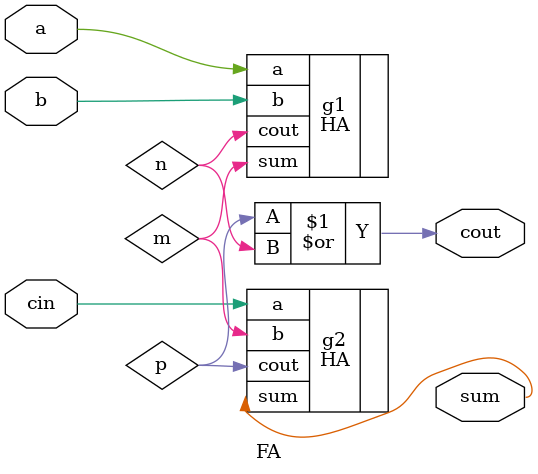
<source format=v>
`timescale 1ns / 1ps
module FA( a, b, cin, cout, sum);
input a, b, cin;
output cout, sum;
wire m, n, p;
HA g1 (.cout(n), .sum(m), .a(a), .b(b) );
HA g2 (.cout(p), .sum(sum), .a(cin), .b(m) );
assign cout = p | n;
endmodule

</source>
